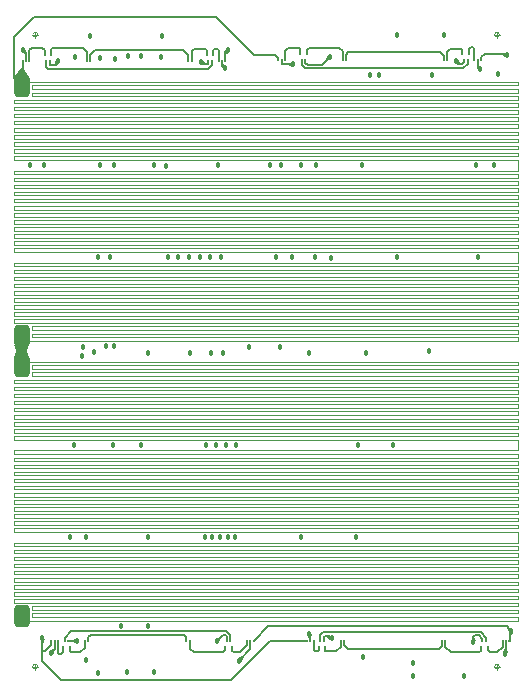
<source format=gbr>
%TF.GenerationSoftware,KiCad,Pcbnew,7.0.7*%
%TF.CreationDate,2024-04-02T12:31:12-04:00*%
%TF.ProjectId,module_pcb_thermal_mockup_v3.5,6d6f6475-6c65-45f7-9063-625f74686572,rev?*%
%TF.SameCoordinates,Original*%
%TF.FileFunction,Copper,L1,Top*%
%TF.FilePolarity,Positive*%
%FSLAX46Y46*%
G04 Gerber Fmt 4.6, Leading zero omitted, Abs format (unit mm)*
G04 Created by KiCad (PCBNEW 7.0.7) date 2024-04-02 12:31:12*
%MOMM*%
%LPD*%
G01*
G04 APERTURE LIST*
G04 Aperture macros list*
%AMRoundRect*
0 Rectangle with rounded corners*
0 $1 Rounding radius*
0 $2 $3 $4 $5 $6 $7 $8 $9 X,Y pos of 4 corners*
0 Add a 4 corners polygon primitive as box body*
4,1,4,$2,$3,$4,$5,$6,$7,$8,$9,$2,$3,0*
0 Add four circle primitives for the rounded corners*
1,1,$1+$1,$2,$3*
1,1,$1+$1,$4,$5*
1,1,$1+$1,$6,$7*
1,1,$1+$1,$8,$9*
0 Add four rect primitives between the rounded corners*
20,1,$1+$1,$2,$3,$4,$5,0*
20,1,$1+$1,$4,$5,$6,$7,0*
20,1,$1+$1,$6,$7,$8,$9,0*
20,1,$1+$1,$8,$9,$2,$3,0*%
G04 Aperture macros list end*
%TA.AperFunction,EtchedComponent*%
%ADD10C,0.070000*%
%TD*%
%TA.AperFunction,EtchedComponent*%
%ADD11C,0.120000*%
%TD*%
%TA.AperFunction,SMDPad,CuDef*%
%ADD12R,0.127000X0.254000*%
%TD*%
%TA.AperFunction,SMDPad,CuDef*%
%ADD13RoundRect,0.325000X0.325000X-0.625000X0.325000X0.625000X-0.325000X0.625000X-0.325000X-0.625000X0*%
%TD*%
%TA.AperFunction,ViaPad*%
%ADD14C,0.457300*%
%TD*%
%TA.AperFunction,Conductor*%
%ADD15C,0.127000*%
%TD*%
%TA.AperFunction,Conductor*%
%ADD16C,0.600000*%
%TD*%
G04 APERTURE END LIST*
D10*
%TO.C,REF\u002A\u002A*%
X41600000Y-1750000D02*
X41600000Y-2250000D01*
X41850000Y-2000000D02*
X41350000Y-2000000D01*
X41800000Y-2000000D02*
G75*
G03*
X41800000Y-2000000I-200000J0D01*
G01*
X2500000Y-55250000D02*
X2500000Y-55750000D01*
X2750000Y-55500000D02*
X2250000Y-55500000D01*
X2700000Y-55500000D02*
G75*
G03*
X2700000Y-55500000I-200000J0D01*
G01*
X41600000Y-55250000D02*
X41600000Y-55750000D01*
X41850000Y-55500000D02*
X41350000Y-55500000D01*
X41800000Y-55500000D02*
G75*
G03*
X41800000Y-55500000I-200000J0D01*
G01*
D11*
%TO.C,R2*%
X700000Y-31195000D02*
X700000Y-31495000D01*
X700000Y-31195000D02*
X43400000Y-31195000D01*
X700000Y-31495000D02*
X43400000Y-31495000D01*
X700000Y-31795000D02*
X700000Y-32095000D01*
X700000Y-31795000D02*
X43400000Y-31795000D01*
X700000Y-32095000D02*
X43400000Y-32095000D01*
X700000Y-32395000D02*
X700000Y-32695000D01*
X700000Y-32395000D02*
X43400000Y-32395000D01*
X700000Y-32695000D02*
X43400000Y-32695000D01*
X700000Y-32995000D02*
X700000Y-33295000D01*
X700000Y-32995000D02*
X43400000Y-32995000D01*
X700000Y-33295000D02*
X43400000Y-33295000D01*
X700000Y-33595000D02*
X700000Y-33895000D01*
X700000Y-33595000D02*
X43400000Y-33595000D01*
X700000Y-33895000D02*
X43400000Y-33895000D01*
X700000Y-34195000D02*
X700000Y-34495000D01*
X700000Y-34195000D02*
X43400000Y-34195000D01*
X700000Y-34495000D02*
X43400000Y-34495000D01*
X700000Y-34795000D02*
X700000Y-35095000D01*
X700000Y-34795000D02*
X43400000Y-34795000D01*
X700000Y-35095000D02*
X43400000Y-35095000D01*
X700000Y-35395000D02*
X700000Y-35695000D01*
X700000Y-35395000D02*
X43400000Y-35395000D01*
X700000Y-35695000D02*
X43400000Y-35695000D01*
X700000Y-35995000D02*
X700000Y-36295000D01*
X700000Y-35995000D02*
X43400000Y-35995000D01*
X700000Y-36295000D02*
X43400000Y-36295000D01*
X700000Y-37195000D02*
X700000Y-37495000D01*
X700000Y-37195000D02*
X43400000Y-37195000D01*
X700000Y-37495000D02*
X43400000Y-37495000D01*
X700000Y-37795000D02*
X700000Y-38095000D01*
X700000Y-37795000D02*
X43400000Y-37795000D01*
X700000Y-38095000D02*
X43400000Y-38095000D01*
X700000Y-38395000D02*
X700000Y-38695000D01*
X700000Y-38395000D02*
X43400000Y-38395000D01*
X700000Y-38695000D02*
X43400000Y-38695000D01*
X700000Y-38995000D02*
X700000Y-39295000D01*
X700000Y-38995000D02*
X43400000Y-38995000D01*
X700000Y-39295000D02*
X43400000Y-39295000D01*
X700000Y-39595000D02*
X700000Y-39895000D01*
X700000Y-39595000D02*
X43400000Y-39595000D01*
X700000Y-39895000D02*
X43400000Y-39895000D01*
X700000Y-40195000D02*
X700000Y-40495000D01*
X700000Y-40195000D02*
X43400000Y-40195000D01*
X700000Y-40495000D02*
X43400000Y-40495000D01*
X700000Y-40795000D02*
X700000Y-41095000D01*
X700000Y-40795000D02*
X43400000Y-40795000D01*
X700000Y-41095000D02*
X43400000Y-41095000D01*
X700000Y-41395000D02*
X700000Y-41695000D01*
X700000Y-41395000D02*
X43400000Y-41395000D01*
X700000Y-41695000D02*
X43400000Y-41695000D01*
X700000Y-41995000D02*
X700000Y-42295000D01*
X700000Y-41995000D02*
X43400000Y-41995000D01*
X700000Y-42295000D02*
X43400000Y-42295000D01*
X700000Y-42595000D02*
X700000Y-42895000D01*
X700000Y-42595000D02*
X43400000Y-42595000D01*
X700000Y-42895000D02*
X43400000Y-42895000D01*
X700000Y-43195000D02*
X700000Y-43495000D01*
X700000Y-43195000D02*
X43400000Y-43195000D01*
X700000Y-43495000D02*
X43400000Y-43495000D01*
X700000Y-43795000D02*
X700000Y-44095000D01*
X700000Y-43795000D02*
X43400000Y-43795000D01*
X700000Y-44095000D02*
X43400000Y-44095000D01*
X700000Y-44995000D02*
X700000Y-45295000D01*
X700000Y-44995000D02*
X43400000Y-44995000D01*
X700000Y-45295000D02*
X43400000Y-45295000D01*
X700000Y-45595000D02*
X700000Y-45895000D01*
X700000Y-45595000D02*
X43400000Y-45595000D01*
X700000Y-45895000D02*
X43400000Y-45895000D01*
X700000Y-46195000D02*
X700000Y-46495000D01*
X700000Y-46195000D02*
X43400000Y-46195000D01*
X700000Y-46495000D02*
X43400000Y-46495000D01*
X700000Y-46795000D02*
X700000Y-47095000D01*
X700000Y-46795000D02*
X43400000Y-46795000D01*
X700000Y-47095000D02*
X43400000Y-47095000D01*
X700000Y-47395000D02*
X700000Y-47695000D01*
X700000Y-47395000D02*
X43400000Y-47395000D01*
X700000Y-47695000D02*
X43400000Y-47695000D01*
X700000Y-47995000D02*
X700000Y-48295000D01*
X700000Y-47995000D02*
X43400000Y-47995000D01*
X700000Y-48295000D02*
X43400000Y-48295000D01*
X700000Y-48595000D02*
X700000Y-48895000D01*
X700000Y-48595000D02*
X43400000Y-48595000D01*
X700000Y-48895000D02*
X43400000Y-48895000D01*
X700000Y-49195000D02*
X700000Y-49495000D01*
X700000Y-49195000D02*
X43400000Y-49195000D01*
X700000Y-49495000D02*
X43400000Y-49495000D01*
X700000Y-49795000D02*
X700000Y-50095000D01*
X700000Y-49795000D02*
X43400000Y-49795000D01*
X700000Y-50095000D02*
X43400000Y-50095000D01*
X1950000Y-51595000D02*
X43400000Y-51595000D01*
X2000000Y-29695000D02*
X43400000Y-29695000D01*
X2250000Y-29995000D02*
X2250000Y-30295000D01*
X2250000Y-29995000D02*
X43400000Y-29995000D01*
X2250000Y-30295000D02*
X43400000Y-30295000D01*
X2250000Y-30595000D02*
X2250000Y-30895000D01*
X2250000Y-30595000D02*
X43400000Y-30595000D01*
X2250000Y-30895000D02*
X43400000Y-30895000D01*
X2250000Y-50395000D02*
X2250000Y-50695000D01*
X2250000Y-50395000D02*
X43400000Y-50395000D01*
X2250000Y-50695000D02*
X43400000Y-50695000D01*
X2250000Y-50995000D02*
X2250000Y-51295000D01*
X2250000Y-50995000D02*
X43400000Y-50995000D01*
X2250000Y-51295000D02*
X43400000Y-51295000D01*
X43400000Y-29695000D02*
X43400000Y-29995000D01*
X43400000Y-30295000D02*
X43400000Y-30595000D01*
X43400000Y-30895000D02*
X43400000Y-31195000D01*
X43400000Y-31495000D02*
X43400000Y-31795000D01*
X43400000Y-32095000D02*
X43400000Y-32395000D01*
X43400000Y-32695000D02*
X43400000Y-32995000D01*
X43400000Y-33295000D02*
X43400000Y-33595000D01*
X43400000Y-33895000D02*
X43400000Y-34195000D01*
X43400000Y-34495000D02*
X43400000Y-34795000D01*
X43400000Y-35095000D02*
X43400000Y-35395000D01*
X43400000Y-35695000D02*
X43400000Y-35995000D01*
X43400000Y-36295000D02*
X43400000Y-36595000D01*
X43400000Y-36595000D02*
X43400000Y-36895000D01*
X43400000Y-36895000D02*
X43400000Y-37195000D01*
X43400000Y-37495000D02*
X43400000Y-37795000D01*
X43400000Y-38095000D02*
X43400000Y-38395000D01*
X43400000Y-38695000D02*
X43400000Y-38995000D01*
X43400000Y-39295000D02*
X43400000Y-39595000D01*
X43400000Y-39895000D02*
X43400000Y-40195000D01*
X43400000Y-40495000D02*
X43400000Y-40795000D01*
X43400000Y-41095000D02*
X43400000Y-41395000D01*
X43400000Y-41695000D02*
X43400000Y-41995000D01*
X43400000Y-42295000D02*
X43400000Y-42595000D01*
X43400000Y-42895000D02*
X43400000Y-43195000D01*
X43400000Y-43495000D02*
X43400000Y-43795000D01*
X43400000Y-44095000D02*
X43400000Y-44395000D01*
X43400000Y-44695000D02*
X43400000Y-44395000D01*
X43400000Y-44695000D02*
X43400000Y-44995000D01*
X43400000Y-45295000D02*
X43400000Y-45595000D01*
X43400000Y-45895000D02*
X43400000Y-46195000D01*
X43400000Y-46495000D02*
X43400000Y-46795000D01*
X43400000Y-47095000D02*
X43400000Y-47395000D01*
X43400000Y-47695000D02*
X43400000Y-47995000D01*
X43400000Y-48295000D02*
X43400000Y-48595000D01*
X43400000Y-48895000D02*
X43400000Y-49195000D01*
X43400000Y-49495000D02*
X43400000Y-49795000D01*
X43400000Y-50095000D02*
X43400000Y-50395000D01*
X43400000Y-50695000D02*
X43400000Y-50995000D01*
X43400000Y-51295000D02*
X43400000Y-51595000D01*
D10*
%TO.C,REF\u002A\u002A*%
X2500000Y-1750000D02*
X2500000Y-2250000D01*
X2750000Y-2000000D02*
X2250000Y-2000000D01*
X2700000Y-2000000D02*
G75*
G03*
X2700000Y-2000000I-200000J0D01*
G01*
D11*
%TO.C,R1*%
X700000Y-7495000D02*
X700000Y-7795000D01*
X700000Y-7495000D02*
X43400000Y-7495000D01*
X700000Y-7795000D02*
X43400000Y-7795000D01*
X700000Y-8095000D02*
X700000Y-8395000D01*
X700000Y-8095000D02*
X43400000Y-8095000D01*
X700000Y-8395000D02*
X43400000Y-8395000D01*
X700000Y-8695000D02*
X700000Y-8995000D01*
X700000Y-8695000D02*
X43400000Y-8695000D01*
X700000Y-8995000D02*
X43400000Y-8995000D01*
X700000Y-9295000D02*
X700000Y-9595000D01*
X700000Y-9295000D02*
X43400000Y-9295000D01*
X700000Y-9595000D02*
X43400000Y-9595000D01*
X700000Y-9895000D02*
X700000Y-10195000D01*
X700000Y-9895000D02*
X43400000Y-9895000D01*
X700000Y-10195000D02*
X43400000Y-10195000D01*
X700000Y-10495000D02*
X700000Y-10795000D01*
X700000Y-10495000D02*
X43400000Y-10495000D01*
X700000Y-10795000D02*
X43400000Y-10795000D01*
X700000Y-11095000D02*
X700000Y-11395000D01*
X700000Y-11095000D02*
X43400000Y-11095000D01*
X700000Y-11395000D02*
X43400000Y-11395000D01*
X700000Y-11695000D02*
X700000Y-11995000D01*
X700000Y-11695000D02*
X43400000Y-11695000D01*
X700000Y-11995000D02*
X43400000Y-11995000D01*
X700000Y-12295000D02*
X700000Y-12595000D01*
X700000Y-12295000D02*
X43400000Y-12295000D01*
X700000Y-12595000D02*
X43400000Y-12595000D01*
X700000Y-13495000D02*
X700000Y-13795000D01*
X700000Y-13495000D02*
X43400000Y-13495000D01*
X700000Y-13795000D02*
X43400000Y-13795000D01*
X700000Y-14095000D02*
X700000Y-14395000D01*
X700000Y-14095000D02*
X43400000Y-14095000D01*
X700000Y-14395000D02*
X43400000Y-14395000D01*
X700000Y-14695000D02*
X700000Y-14995000D01*
X700000Y-14695000D02*
X43400000Y-14695000D01*
X700000Y-14995000D02*
X43400000Y-14995000D01*
X700000Y-15295000D02*
X700000Y-15595000D01*
X700000Y-15295000D02*
X43400000Y-15295000D01*
X700000Y-15595000D02*
X43400000Y-15595000D01*
X700000Y-15895000D02*
X700000Y-16195000D01*
X700000Y-15895000D02*
X43400000Y-15895000D01*
X700000Y-16195000D02*
X43400000Y-16195000D01*
X700000Y-16495000D02*
X700000Y-16795000D01*
X700000Y-16495000D02*
X43400000Y-16495000D01*
X700000Y-16795000D02*
X43400000Y-16795000D01*
X700000Y-17095000D02*
X700000Y-17395000D01*
X700000Y-17095000D02*
X43400000Y-17095000D01*
X700000Y-17395000D02*
X43400000Y-17395000D01*
X700000Y-17695000D02*
X700000Y-17995000D01*
X700000Y-17695000D02*
X43400000Y-17695000D01*
X700000Y-17995000D02*
X43400000Y-17995000D01*
X700000Y-18295000D02*
X700000Y-18595000D01*
X700000Y-18295000D02*
X43400000Y-18295000D01*
X700000Y-18595000D02*
X43400000Y-18595000D01*
X700000Y-18895000D02*
X700000Y-19195000D01*
X700000Y-18895000D02*
X43400000Y-18895000D01*
X700000Y-19195000D02*
X43400000Y-19195000D01*
X700000Y-19495000D02*
X700000Y-19795000D01*
X700000Y-19495000D02*
X43400000Y-19495000D01*
X700000Y-19795000D02*
X43400000Y-19795000D01*
X700000Y-20095000D02*
X700000Y-20395000D01*
X700000Y-20095000D02*
X43400000Y-20095000D01*
X700000Y-20395000D02*
X43400000Y-20395000D01*
X700000Y-21295000D02*
X700000Y-21595000D01*
X700000Y-21295000D02*
X43400000Y-21295000D01*
X700000Y-21595000D02*
X43400000Y-21595000D01*
X700000Y-21895000D02*
X700000Y-22195000D01*
X700000Y-21895000D02*
X43400000Y-21895000D01*
X700000Y-22195000D02*
X43400000Y-22195000D01*
X700000Y-22495000D02*
X700000Y-22795000D01*
X700000Y-22495000D02*
X43400000Y-22495000D01*
X700000Y-22795000D02*
X43400000Y-22795000D01*
X700000Y-23095000D02*
X700000Y-23395000D01*
X700000Y-23095000D02*
X43400000Y-23095000D01*
X700000Y-23395000D02*
X43400000Y-23395000D01*
X700000Y-23695000D02*
X700000Y-23995000D01*
X700000Y-23695000D02*
X43400000Y-23695000D01*
X700000Y-23995000D02*
X43400000Y-23995000D01*
X700000Y-24295000D02*
X700000Y-24595000D01*
X700000Y-24295000D02*
X43400000Y-24295000D01*
X700000Y-24595000D02*
X43400000Y-24595000D01*
X700000Y-24895000D02*
X700000Y-25195000D01*
X700000Y-24895000D02*
X43400000Y-24895000D01*
X700000Y-25195000D02*
X43400000Y-25195000D01*
X700000Y-25495000D02*
X700000Y-25795000D01*
X700000Y-25495000D02*
X43400000Y-25495000D01*
X700000Y-25795000D02*
X43400000Y-25795000D01*
X700000Y-26095000D02*
X700000Y-26395000D01*
X700000Y-26095000D02*
X43400000Y-26095000D01*
X700000Y-26395000D02*
X43400000Y-26395000D01*
X1950000Y-27895000D02*
X43400000Y-27895000D01*
X2000000Y-5995000D02*
X43400000Y-5995000D01*
X2250000Y-6295000D02*
X2250000Y-6595000D01*
X2250000Y-6295000D02*
X43400000Y-6295000D01*
X2250000Y-6595000D02*
X43400000Y-6595000D01*
X2250000Y-6895000D02*
X2250000Y-7195000D01*
X2250000Y-6895000D02*
X43400000Y-6895000D01*
X2250000Y-7195000D02*
X43400000Y-7195000D01*
X2250000Y-26695000D02*
X2250000Y-26995000D01*
X2250000Y-26695000D02*
X43400000Y-26695000D01*
X2250000Y-26995000D02*
X43400000Y-26995000D01*
X2250000Y-27295000D02*
X2250000Y-27595000D01*
X2250000Y-27295000D02*
X43400000Y-27295000D01*
X2250000Y-27595000D02*
X43400000Y-27595000D01*
X43400000Y-5995000D02*
X43400000Y-6295000D01*
X43400000Y-6595000D02*
X43400000Y-6895000D01*
X43400000Y-7195000D02*
X43400000Y-7495000D01*
X43400000Y-7795000D02*
X43400000Y-8095000D01*
X43400000Y-8395000D02*
X43400000Y-8695000D01*
X43400000Y-8995000D02*
X43400000Y-9295000D01*
X43400000Y-9595000D02*
X43400000Y-9895000D01*
X43400000Y-10195000D02*
X43400000Y-10495000D01*
X43400000Y-10795000D02*
X43400000Y-11095000D01*
X43400000Y-11395000D02*
X43400000Y-11695000D01*
X43400000Y-11995000D02*
X43400000Y-12295000D01*
X43400000Y-12595000D02*
X43400000Y-12895000D01*
X43400000Y-12895000D02*
X43400000Y-13195000D01*
X43400000Y-13195000D02*
X43400000Y-13495000D01*
X43400000Y-13795000D02*
X43400000Y-14095000D01*
X43400000Y-14395000D02*
X43400000Y-14695000D01*
X43400000Y-14995000D02*
X43400000Y-15295000D01*
X43400000Y-15595000D02*
X43400000Y-15895000D01*
X43400000Y-16195000D02*
X43400000Y-16495000D01*
X43400000Y-16795000D02*
X43400000Y-17095000D01*
X43400000Y-17395000D02*
X43400000Y-17695000D01*
X43400000Y-17995000D02*
X43400000Y-18295000D01*
X43400000Y-18595000D02*
X43400000Y-18895000D01*
X43400000Y-19195000D02*
X43400000Y-19495000D01*
X43400000Y-19795000D02*
X43400000Y-20095000D01*
X43400000Y-20395000D02*
X43400000Y-20695000D01*
X43400000Y-20995000D02*
X43400000Y-20695000D01*
X43400000Y-20995000D02*
X43400000Y-21295000D01*
X43400000Y-21595000D02*
X43400000Y-21895000D01*
X43400000Y-22195000D02*
X43400000Y-22495000D01*
X43400000Y-22795000D02*
X43400000Y-23095000D01*
X43400000Y-23395000D02*
X43400000Y-23695000D01*
X43400000Y-23995000D02*
X43400000Y-24295000D01*
X43400000Y-24595000D02*
X43400000Y-24895000D01*
X43400000Y-25195000D02*
X43400000Y-25495000D01*
X43400000Y-25795000D02*
X43400000Y-26095000D01*
X43400000Y-26395000D02*
X43400000Y-26695000D01*
X43400000Y-26995000D02*
X43400000Y-27295000D01*
X43400000Y-27595000D02*
X43400000Y-27895000D01*
%TD*%
D12*
%TO.P,U2,1,VCC*%
%TO.N,VCC*%
X25492000Y-53370000D03*
%TO.P,U2,3,ETROC_BLp*%
%TO.N,GND*%
X25778000Y-53370000D03*
%TO.P,U2,5,ETROC_BL-*%
%TO.N,Net-(U2-ETROC_BL-)*%
X26064000Y-53370000D03*
%TO.P,U2,8,ETROC_TL+*%
X26493000Y-53870000D03*
%TO.P,U2,9,ETROC_TL-*%
%TO.N,Net-(U2-ETROC_TL-)*%
X26636000Y-53370000D03*
%TO.P,U2,11,LGAD_BL+*%
%TO.N,GND*%
X26922000Y-53370000D03*
%TO.P,U2,12,LGAD_BL-*%
%TO.N,Net-(U2-LGAD_BL-)*%
X27065000Y-53870000D03*
%TO.P,U2,21,LGAD_TL+*%
X28352000Y-53370000D03*
%TO.P,U2,23,LGAD_TL-*%
%TO.N,Net-(U2-LGAD_TL-)*%
X28638000Y-53370000D03*
%TO.P,U2,81,LGAD_TR+*%
X36932000Y-53370000D03*
%TO.P,U2,83,LGAD_TR-*%
%TO.N,Net-(U2-LGAD_BR+)*%
X37218000Y-53370000D03*
%TO.P,U2,104,LGAD_BR+*%
X40221000Y-53870000D03*
%TO.P,U2,105,LGAD_BR-*%
%TO.N,/LGAD2*%
X40364000Y-53370000D03*
%TO.P,U2,107,ETROC_TR+*%
%TO.N,Net-(U2-ETROC_TL-)*%
X40650000Y-53370000D03*
%TO.P,U2,108,ETROC_TR-*%
%TO.N,Net-(U2-ETROC_BR+)*%
X40793000Y-53870000D03*
%TO.P,U2,117,ETROC_BR+*%
X42080000Y-53370000D03*
%TO.P,U2,119,ETROC_BR-*%
%TO.N,/ETROC2*%
X42366000Y-53370000D03*
%TO.P,U2,121,VSS*%
%TO.N,/VSS*%
X42652000Y-53370000D03*
%TD*%
%TO.P,U4,1,VCC*%
%TO.N,/VSS*%
X40241329Y-4168127D03*
%TO.P,U4,3,ETROC_BLp*%
%TO.N,GND*%
X39955329Y-4168127D03*
%TO.P,U4,5,ETROC_BL-*%
%TO.N,Net-(U4-ETROC_BL-)*%
X39669329Y-4168127D03*
%TO.P,U4,8,ETROC_TL+*%
X39240329Y-3668127D03*
%TO.P,U4,9,ETROC_TL-*%
%TO.N,Net-(U4-ETROC_TL-)*%
X39097329Y-4168127D03*
%TO.P,U4,11,LGAD_BL+*%
%TO.N,GND*%
X38811329Y-4168127D03*
%TO.P,U4,12,LGAD_BL-*%
%TO.N,Net-(U4-LGAD_BL-)*%
X38668329Y-3668127D03*
%TO.P,U4,21,LGAD_TL+*%
X37381329Y-4168127D03*
%TO.P,U4,23,LGAD_TL-*%
%TO.N,Net-(U4-LGAD_TL-)*%
X37095329Y-4168127D03*
%TO.P,U4,81,LGAD_TR+*%
X28801329Y-4168127D03*
%TO.P,U4,83,LGAD_TR-*%
%TO.N,Net-(U4-LGAD_BR+)*%
X28515329Y-4168127D03*
%TO.P,U4,104,LGAD_BR+*%
X25512329Y-3668127D03*
%TO.P,U4,105,LGAD_BR-*%
%TO.N,/LGAD4*%
X25369329Y-4168127D03*
%TO.P,U4,107,ETROC_TR+*%
%TO.N,Net-(U4-ETROC_TL-)*%
X25083329Y-4168127D03*
%TO.P,U4,108,ETROC_TR-*%
%TO.N,Net-(U4-ETROC_BR+)*%
X24940329Y-3668127D03*
%TO.P,U4,117,ETROC_BR+*%
X23653329Y-4168127D03*
%TO.P,U4,119,ETROC_BR-*%
%TO.N,/ETROC4*%
X23367329Y-4168127D03*
%TO.P,U4,121,VSS*%
%TO.N,VCC*%
X23081329Y-4168127D03*
%TD*%
%TO.P,U3,1,VCC*%
%TO.N,/VSS*%
X18591329Y-4198127D03*
%TO.P,U3,3,ETROC_BLp*%
%TO.N,GND*%
X18305329Y-4198127D03*
%TO.P,U3,5,ETROC_BL-*%
%TO.N,Net-(U3-ETROC_BL-)*%
X18019329Y-4198127D03*
%TO.P,U3,8,ETROC_TL+*%
X17590329Y-3698127D03*
%TO.P,U3,9,ETROC_TL-*%
%TO.N,Net-(U3-ETROC_TL-)*%
X17447329Y-4198127D03*
%TO.P,U3,11,LGAD_BL+*%
%TO.N,GND*%
X17161329Y-4198127D03*
%TO.P,U3,12,LGAD_BL-*%
%TO.N,Net-(U3-LGAD_BL-)*%
X17018329Y-3698127D03*
%TO.P,U3,21,LGAD_TL+*%
X15731329Y-4198127D03*
%TO.P,U3,23,LGAD_TL-*%
%TO.N,Net-(U3-LGAD_TL-)*%
X15445329Y-4198127D03*
%TO.P,U3,81,LGAD_TR+*%
X7151329Y-4198127D03*
%TO.P,U3,83,LGAD_TR-*%
%TO.N,Net-(U3-LGAD_BR+)*%
X6865329Y-4198127D03*
%TO.P,U3,104,LGAD_BR+*%
X3862329Y-3698127D03*
%TO.P,U3,105,LGAD_BR-*%
%TO.N,/LGAD3*%
X3719329Y-4198127D03*
%TO.P,U3,107,ETROC_TR+*%
%TO.N,Net-(U3-ETROC_TL-)*%
X3433329Y-4198127D03*
%TO.P,U3,108,ETROC_TR-*%
%TO.N,Net-(U3-ETROC_BR+)*%
X3290329Y-3698127D03*
%TO.P,U3,117,ETROC_BR+*%
X2003329Y-4198127D03*
%TO.P,U3,119,ETROC_BR-*%
%TO.N,/ETROC3*%
X1717329Y-4198127D03*
%TO.P,U3,121,VSS*%
%TO.N,VCC*%
X1431329Y-4198127D03*
%TD*%
%TO.P,U1,1,VCC*%
%TO.N,VCC*%
X3847000Y-53320000D03*
%TO.P,U1,3,ETROC_BLp*%
%TO.N,GND*%
X4133000Y-53320000D03*
%TO.P,U1,5,ETROC_BL-*%
%TO.N,Net-(U1-ETROC_BL-)*%
X4419000Y-53320000D03*
%TO.P,U1,8,ETROC_TL+*%
X4848000Y-53820000D03*
%TO.P,U1,9,ETROC_TL-*%
%TO.N,Net-(U1-ETROC_TL-)*%
X4991000Y-53320000D03*
%TO.P,U1,11,LGAD_BL+*%
%TO.N,GND*%
X5277000Y-53320000D03*
%TO.P,U1,12,LGAD_BL-*%
%TO.N,Net-(U1-LGAD_BL-)*%
X5420000Y-53820000D03*
%TO.P,U1,21,LGAD_TL+*%
X6707000Y-53320000D03*
%TO.P,U1,23,LGAD_TL-*%
%TO.N,Net-(U1-LGAD_TL-)*%
X6993000Y-53320000D03*
%TO.P,U1,81,LGAD_TR+*%
X15287000Y-53320000D03*
%TO.P,U1,83,LGAD_TR-*%
%TO.N,Net-(U1-LGAD_BR+)*%
X15573000Y-53320000D03*
%TO.P,U1,104,LGAD_BR+*%
X18576000Y-53820000D03*
%TO.P,U1,105,LGAD_BR-*%
%TO.N,/LGAD1*%
X18719000Y-53320000D03*
%TO.P,U1,107,ETROC_TR+*%
%TO.N,Net-(U1-ETROC_TL-)*%
X19005000Y-53320000D03*
%TO.P,U1,108,ETROC_TR-*%
%TO.N,Net-(U1-ETROC_BR+)*%
X19148000Y-53820000D03*
%TO.P,U1,117,ETROC_BR+*%
X20435000Y-53320000D03*
%TO.P,U1,119,ETROC_BR-*%
%TO.N,/ETROC1*%
X20721000Y-53320000D03*
%TO.P,U1,121,VSS*%
%TO.N,/VSS*%
X21007000Y-53320000D03*
%TD*%
D13*
%TO.P,R2,1*%
%TO.N,Net-(R1-Pad2)*%
X1350000Y-30045000D03*
%TO.P,R2,2*%
%TO.N,Net-(JMPR1-Pad1)*%
X1350000Y-51245000D03*
%TD*%
%TO.P,R1,1*%
%TO.N,VCC*%
X1350000Y-6345000D03*
%TO.P,R1,2*%
%TO.N,Net-(R1-Pad2)*%
X1350000Y-27545000D03*
%TD*%
D14*
%TO.N,/VSS*%
X18790000Y-3320000D03*
X42800000Y-52500000D03*
X42450000Y-3750000D03*
%TO.N,+5V*%
X13190000Y-2100000D03*
X18640000Y-36750000D03*
X37130000Y-2000000D03*
X15570000Y-28970000D03*
X26180000Y-20850000D03*
X13150000Y-3880000D03*
X12560000Y-55970000D03*
X7970000Y-3970000D03*
X16960000Y-36750000D03*
X17820000Y-36740000D03*
X41650000Y-5340000D03*
X9800000Y-52040000D03*
X7965000Y-13055000D03*
X38800000Y-56300000D03*
X9070000Y-36740000D03*
X11470000Y-36750000D03*
X7800000Y-56000000D03*
X19460000Y-36740000D03*
X7130000Y-2090000D03*
X23340000Y-13040000D03*
X34500000Y-56300000D03*
X12010000Y-28980000D03*
X39800000Y-13050000D03*
X33110000Y-2010000D03*
%TO.N,/~{RESET}*%
X17350000Y-28920000D03*
X8850000Y-20840000D03*
%TO.N,VCC*%
X3100000Y-53100000D03*
X1037329Y-5752873D03*
X1682329Y-5752873D03*
X1000000Y-6950000D03*
X1700000Y-6950000D03*
%TO.N,/DOUT*%
X29860000Y-36740000D03*
X12070000Y-44550000D03*
X31620000Y-5400000D03*
X30480000Y-28950000D03*
X13570000Y-13070000D03*
X23240000Y-28430000D03*
%TO.N,/DIN*%
X18420000Y-28920000D03*
X12590000Y-13040000D03*
%TO.N,/CLK*%
X32790000Y-36760000D03*
X25640000Y-28910000D03*
X7810000Y-20840000D03*
X6790000Y-44550000D03*
X30150000Y-13040000D03*
X24970000Y-44560000D03*
%TO.N,GND*%
X3830000Y-54330000D03*
X20574000Y-28450000D03*
X3270000Y-13050000D03*
X16550000Y-4300000D03*
X36070000Y-5410000D03*
X38150000Y-4250000D03*
X12030000Y-52030000D03*
X25700000Y-52700000D03*
X17490000Y-44540000D03*
X16860000Y-44550000D03*
X2090000Y-13050000D03*
X35850000Y-28800000D03*
X18790000Y-44540000D03*
X27600000Y-53100000D03*
X8460000Y-28390000D03*
X24220000Y-20850000D03*
X9181842Y-28390000D03*
X9130000Y-13050000D03*
X7470000Y-28870000D03*
X19420000Y-44550000D03*
X5810000Y-36770000D03*
X41350000Y-13050000D03*
X40150000Y-4900000D03*
X6020000Y-53330000D03*
X9250000Y-4020000D03*
X18540000Y-4830000D03*
X5900000Y-3850000D03*
X6430000Y-29200000D03*
X40000000Y-20850000D03*
X17950000Y-13050000D03*
X22360000Y-13050000D03*
X18150000Y-44540000D03*
X6530000Y-28450000D03*
%TO.N,Net-(JMPR1-Pad1)*%
X1000000Y-51800000D03*
X1650000Y-50700000D03*
X1000000Y-50700000D03*
X1650000Y-51800000D03*
%TO.N,/LGAD1*%
X15520000Y-20840000D03*
X17850000Y-53350000D03*
X6800000Y-54900000D03*
%TO.N,/ETROC1*%
X10300000Y-55920000D03*
X19750000Y-55000000D03*
X16420000Y-20840000D03*
%TO.N,/CS_T1*%
X30880000Y-5370000D03*
X27570000Y-20870000D03*
%TO.N,/CS_T3*%
X5470000Y-44550000D03*
X29690000Y-44530000D03*
%TO.N,/2.5V*%
X33100000Y-20850000D03*
X22900000Y-20840000D03*
%TO.N,/LGAD2*%
X39600000Y-53400000D03*
X30250000Y-54710000D03*
X17320000Y-20840000D03*
%TO.N,/ETROC2*%
X18220000Y-20850000D03*
X34500000Y-55200000D03*
X42300000Y-54400000D03*
%TO.N,/LGAD3*%
X4400000Y-4200000D03*
X13720000Y-20840000D03*
X10370000Y-3820000D03*
%TO.N,/ETROC3*%
X1500000Y-3250000D03*
X11480000Y-3830000D03*
X14620000Y-20850000D03*
%TO.N,/LGAD4*%
X26310000Y-13050000D03*
X27440000Y-3870000D03*
%TO.N,/ETROC4*%
X24960000Y-13050000D03*
X24321000Y-4509000D03*
%TD*%
D15*
%TO.N,/VSS*%
X18790000Y-3320000D02*
X18790000Y-3260000D01*
X21003671Y-53331873D02*
X22235544Y-52100000D01*
X18591329Y-4168127D02*
X18591329Y-3458671D01*
X42400000Y-52100000D02*
X42800000Y-52500000D01*
X42653671Y-52646329D02*
X42800000Y-52500000D01*
X42300000Y-3600000D02*
X42450000Y-3750000D01*
X42653671Y-53331873D02*
X42653671Y-52646329D01*
X22235544Y-52100000D02*
X42400000Y-52100000D01*
X18591329Y-3458671D02*
X18730000Y-3320000D01*
X40241329Y-4168127D02*
X40241329Y-3908671D01*
X18730000Y-3320000D02*
X18790000Y-3320000D01*
X40550000Y-3600000D02*
X42300000Y-3600000D01*
X18790000Y-3260000D02*
X18750000Y-3300000D01*
X40241329Y-3908671D02*
X40550000Y-3600000D01*
%TO.N,VCC*%
X3843671Y-53331873D02*
X3843671Y-53656329D01*
X17800000Y-500000D02*
X2400000Y-500000D01*
X3843671Y-53656329D02*
X3300000Y-54200000D01*
X697500Y-5695000D02*
X850000Y-5847500D01*
X22800000Y-3700000D02*
X21000000Y-3700000D01*
X1431329Y-6018671D02*
X1431329Y-6263671D01*
X1431329Y-4168127D02*
X1431329Y-6018671D01*
X19100000Y-56600000D02*
X4690000Y-56600000D01*
X22368127Y-53331873D02*
X19100000Y-56600000D01*
X700000Y-2200000D02*
X700000Y-5695000D01*
X21000000Y-3700000D02*
X17800000Y-500000D01*
X3100000Y-54200000D02*
X3100000Y-53100000D01*
X25493671Y-53331873D02*
X22368127Y-53331873D01*
X3300000Y-54200000D02*
X3100000Y-54200000D01*
X23081329Y-4168127D02*
X23081329Y-3981329D01*
X1431329Y-6263671D02*
X1350000Y-6345000D01*
X3100000Y-55010000D02*
X3100000Y-54200000D01*
X2400000Y-500000D02*
X700000Y-2200000D01*
X23081329Y-3981329D02*
X22800000Y-3700000D01*
X4690000Y-56600000D02*
X3100000Y-55010000D01*
%TO.N,GND*%
X17161329Y-4500000D02*
X16750000Y-4500000D01*
X27400000Y-52900000D02*
X27600000Y-53100000D01*
X6020000Y-53330000D02*
X5275544Y-53330000D01*
X25779671Y-53331873D02*
X25779671Y-52779671D01*
X26923671Y-53331873D02*
X26923671Y-52976329D01*
X26923671Y-52976329D02*
X27000000Y-52900000D01*
X18305329Y-4168127D02*
X18305329Y-4605329D01*
X17161329Y-4168127D02*
X17161329Y-4500000D01*
X39955329Y-4705329D02*
X40150000Y-4900000D01*
X39955329Y-4168127D02*
X39955329Y-4705329D01*
X4129671Y-53331873D02*
X4129671Y-54030329D01*
X25779671Y-52779671D02*
X25700000Y-52700000D01*
X38650000Y-4500000D02*
X38400000Y-4500000D01*
X16750000Y-4500000D02*
X16550000Y-4300000D01*
X38811329Y-4168127D02*
X38811329Y-4338671D01*
X16550000Y-4300000D02*
X16500000Y-4250000D01*
X38811329Y-4338671D02*
X38650000Y-4500000D01*
X27000000Y-52900000D02*
X27400000Y-52900000D01*
X5275544Y-53330000D02*
X5273671Y-53331873D01*
X18530000Y-4830000D02*
X18540000Y-4830000D01*
X18540000Y-4840000D02*
X18500000Y-4800000D01*
X4129671Y-54030329D02*
X3830000Y-54330000D01*
X38400000Y-4500000D02*
X38150000Y-4250000D01*
X18540000Y-4830000D02*
X18540000Y-4840000D01*
X18305329Y-4605329D02*
X18530000Y-4830000D01*
%TO.N,/LGAD1*%
X18715671Y-53331873D02*
X18715671Y-52915671D01*
X18715671Y-52915671D02*
X18600000Y-52800000D01*
X18600000Y-52800000D02*
X18400000Y-52800000D01*
X18400000Y-52800000D02*
X17850000Y-53350000D01*
%TO.N,/ETROC1*%
X20717671Y-54032329D02*
X20717671Y-53331873D01*
X19750000Y-55000000D02*
X20717671Y-54032329D01*
%TO.N,Net-(U1-ETROC_BL-)*%
X4844671Y-54255329D02*
X4844671Y-53831873D01*
X4500000Y-54400000D02*
X4700000Y-54400000D01*
X4415671Y-54315671D02*
X4500000Y-54400000D01*
X4415671Y-53331873D02*
X4415671Y-54315671D01*
X4700000Y-54400000D02*
X4844671Y-54255329D01*
%TO.N,Net-(U1-ETROC_TL-)*%
X18660000Y-52460000D02*
X5560000Y-52460000D01*
X5560000Y-52460000D02*
X4987671Y-53032329D01*
X19001671Y-53331873D02*
X19001671Y-52801671D01*
X4987671Y-53032329D02*
X4987671Y-53331873D01*
X19001671Y-52801671D02*
X18660000Y-52460000D01*
%TO.N,Net-(U1-LGAD_BL-)*%
X5416671Y-54216671D02*
X5500000Y-54300000D01*
X6300000Y-54300000D02*
X6703671Y-53896329D01*
X5416671Y-53831873D02*
X5416671Y-54216671D01*
X5500000Y-54300000D02*
X6300000Y-54300000D01*
X6703671Y-53896329D02*
X6703671Y-53331873D01*
%TO.N,Net-(U1-LGAD_TL-)*%
X6989671Y-53010329D02*
X7200000Y-52800000D01*
X7200000Y-52800000D02*
X15100000Y-52800000D01*
X15283671Y-52983671D02*
X15283671Y-53331873D01*
X15100000Y-52800000D02*
X15283671Y-52983671D01*
X6989671Y-53331873D02*
X6989671Y-53010329D01*
%TO.N,Net-(U1-LGAD_BR+)*%
X15569671Y-53969671D02*
X15900000Y-54300000D01*
X15569671Y-53331873D02*
X15569671Y-53969671D01*
X18400000Y-54300000D02*
X18572671Y-54127329D01*
X15900000Y-54300000D02*
X18400000Y-54300000D01*
X18572671Y-54127329D02*
X18572671Y-53831873D01*
%TO.N,Net-(U1-ETROC_BR+)*%
X19144671Y-54144671D02*
X19300000Y-54300000D01*
X19300000Y-54300000D02*
X19800000Y-54300000D01*
X19144671Y-53831873D02*
X19144671Y-54144671D01*
X19800000Y-54300000D02*
X20431671Y-53668329D01*
X20431671Y-53668329D02*
X20431671Y-53331873D01*
D16*
%TO.N,Net-(R1-Pad2)*%
X1350000Y-27545000D02*
X1350000Y-30045000D01*
D15*
%TO.N,Net-(U2-ETROC_BL-)*%
X26200000Y-54200000D02*
X26065671Y-54065671D01*
X26400000Y-54200000D02*
X26200000Y-54200000D01*
X26065671Y-54065671D02*
X26065671Y-53331873D01*
X26494671Y-53831873D02*
X26494671Y-54105329D01*
X26494671Y-54105329D02*
X26400000Y-54200000D01*
%TO.N,Net-(U2-ETROC_TL-)*%
X26637671Y-52862329D02*
X26637671Y-53331873D01*
X40205298Y-52600000D02*
X26900000Y-52600000D01*
X26900000Y-52600000D02*
X26637671Y-52862329D01*
X40651671Y-53331873D02*
X40651671Y-53046373D01*
X40651671Y-53046373D02*
X40205298Y-52600000D01*
%TO.N,Net-(U2-LGAD_BL-)*%
X27066671Y-54166671D02*
X27100000Y-54200000D01*
X27066671Y-53831873D02*
X27066671Y-54166671D01*
X28353671Y-53846329D02*
X28353671Y-53331873D01*
X27100000Y-54200000D02*
X28000000Y-54200000D01*
X28000000Y-54200000D02*
X28353671Y-53846329D01*
%TO.N,Net-(U2-LGAD_TL-)*%
X36933671Y-53766329D02*
X36933671Y-53331873D01*
X28639671Y-53639671D02*
X29000000Y-54000000D01*
X28639671Y-53331873D02*
X28639671Y-53639671D01*
X36700000Y-54000000D02*
X36933671Y-53766329D01*
X29000000Y-54000000D02*
X36700000Y-54000000D01*
%TO.N,Net-(U2-LGAD_BR+)*%
X37219671Y-53819671D02*
X37700000Y-54300000D01*
X37700000Y-54300000D02*
X40100000Y-54300000D01*
X40222671Y-54177329D02*
X40222671Y-53831873D01*
X40100000Y-54300000D02*
X40222671Y-54177329D01*
X37219671Y-53331873D02*
X37219671Y-53819671D01*
%TO.N,/LGAD2*%
X39600000Y-53400000D02*
X39600000Y-53000000D01*
X39600000Y-53000000D02*
X39746499Y-52853501D01*
X40053501Y-52853501D02*
X40365671Y-53165671D01*
X40365671Y-53165671D02*
X40365671Y-53331873D01*
X39746499Y-52853501D02*
X40053501Y-52853501D01*
%TO.N,/ETROC2*%
X42367671Y-54332329D02*
X42367671Y-53331873D01*
X42300000Y-54400000D02*
X42367671Y-54332329D01*
%TO.N,Net-(U2-ETROC_BR+)*%
X42081671Y-53818329D02*
X42081671Y-53331873D01*
X41600000Y-54300000D02*
X42081671Y-53818329D01*
X41000000Y-54300000D02*
X41600000Y-54300000D01*
X40794671Y-53831873D02*
X40794671Y-54094671D01*
X40794671Y-54094671D02*
X41000000Y-54300000D01*
%TO.N,Net-(U3-ETROC_BL-)*%
X17700000Y-3200000D02*
X17590329Y-3309671D01*
X18019329Y-3319329D02*
X17900000Y-3200000D01*
X18019329Y-4168127D02*
X18019329Y-3319329D01*
X17590329Y-3309671D02*
X17590329Y-3668127D01*
X17700000Y-3200000D02*
X17900000Y-3200000D01*
%TO.N,Net-(U3-ETROC_TL-)*%
X3600000Y-4900000D02*
X3433329Y-4733329D01*
X17447329Y-4168127D02*
X17447329Y-4572505D01*
X17447329Y-4572505D02*
X17119834Y-4900000D01*
X3433329Y-4733329D02*
X3433329Y-4168127D01*
X17119834Y-4900000D02*
X3600000Y-4900000D01*
%TO.N,Net-(U3-LGAD_BL-)*%
X15900000Y-3200000D02*
X15731329Y-3368671D01*
X15731329Y-3368671D02*
X15731329Y-4168127D01*
X17018329Y-3668127D02*
X17018329Y-3318329D01*
X16900000Y-3200000D02*
X15900000Y-3200000D01*
X17018329Y-3318329D02*
X16900000Y-3200000D01*
%TO.N,/LGAD3*%
X3719329Y-4519329D02*
X3719329Y-4168127D01*
X4200000Y-4600000D02*
X3800000Y-4600000D01*
X4400000Y-4400000D02*
X4200000Y-4600000D01*
X4400000Y-4200000D02*
X4400000Y-4400000D01*
X3800000Y-4600000D02*
X3719329Y-4519329D01*
%TO.N,/ETROC3*%
X1450000Y-3250000D02*
X1717329Y-3517329D01*
X1500000Y-3250000D02*
X1450000Y-3250000D01*
X1500000Y-3300000D02*
X1500000Y-3300000D01*
X1717329Y-3517329D02*
X1717329Y-4168127D01*
X1500000Y-3300000D02*
X1500000Y-3250000D01*
%TO.N,Net-(U3-LGAD_TL-)*%
X15000000Y-3300000D02*
X7600000Y-3300000D01*
X7600000Y-3300000D02*
X7151329Y-3748671D01*
X7151329Y-3748671D02*
X7151329Y-4168127D01*
X15445329Y-4168127D02*
X15445329Y-3745329D01*
X15445329Y-3745329D02*
X15000000Y-3300000D01*
%TO.N,Net-(U3-LGAD_BR+)*%
X6500000Y-3100000D02*
X4000000Y-3100000D01*
X6865329Y-4168127D02*
X6865329Y-3465329D01*
X6865329Y-3465329D02*
X6500000Y-3100000D01*
X4000000Y-3100000D02*
X3862329Y-3237671D01*
X3862329Y-3237671D02*
X3862329Y-3668127D01*
%TO.N,Net-(U3-ETROC_BR+)*%
X3290329Y-3290329D02*
X3100000Y-3100000D01*
X3290329Y-3668127D02*
X3290329Y-3290329D01*
X2003329Y-3296671D02*
X2003329Y-4168127D01*
X2200000Y-3100000D02*
X2003329Y-3296671D01*
X3100000Y-3100000D02*
X2200000Y-3100000D01*
%TO.N,Net-(U4-ETROC_BL-)*%
X39375000Y-3075000D02*
X39525000Y-3075000D01*
X39240329Y-3209671D02*
X39375000Y-3075000D01*
X39669329Y-3219329D02*
X39669329Y-4168127D01*
X39525000Y-3075000D02*
X39669329Y-3219329D01*
X39240329Y-3668127D02*
X39240329Y-3209671D01*
%TO.N,/LGAD4*%
X25550000Y-4600000D02*
X26750000Y-4600000D01*
X27440000Y-3910000D02*
X27440000Y-3870000D01*
X27440000Y-3870000D02*
X27480000Y-3870000D01*
X27480000Y-3870000D02*
X27450000Y-3900000D01*
X25369329Y-4168127D02*
X25369329Y-4419329D01*
X26750000Y-4600000D02*
X27440000Y-3910000D01*
X25369329Y-4419329D02*
X25550000Y-4600000D01*
%TO.N,/ETROC4*%
X24321000Y-4509000D02*
X23422702Y-4509000D01*
X23367329Y-4453627D02*
X23367329Y-4168127D01*
X23422702Y-4509000D02*
X23367329Y-4453627D01*
%TO.N,Net-(U4-ETROC_TL-)*%
X39097329Y-4453627D02*
X38697455Y-4853501D01*
X25083329Y-4583329D02*
X25083329Y-4168127D01*
X38697455Y-4853501D02*
X25353501Y-4853501D01*
X39097329Y-4168127D02*
X39097329Y-4453627D01*
X25353501Y-4853501D02*
X25083329Y-4583329D01*
%TO.N,Net-(U4-LGAD_BL-)*%
X38600000Y-3200000D02*
X37600000Y-3200000D01*
X38668329Y-3668127D02*
X38668329Y-3268329D01*
X38668329Y-3268329D02*
X38600000Y-3200000D01*
X37600000Y-3200000D02*
X37381329Y-3418671D01*
X37381329Y-3418671D02*
X37381329Y-4168127D01*
%TO.N,Net-(U4-LGAD_TL-)*%
X29000000Y-3500000D02*
X28801329Y-3698671D01*
X36800000Y-3500000D02*
X29000000Y-3500000D01*
X37095329Y-3795329D02*
X36800000Y-3500000D01*
X28801329Y-3698671D02*
X28801329Y-4168127D01*
X37095329Y-4168127D02*
X37095329Y-3795329D01*
%TO.N,Net-(U4-LGAD_BR+)*%
X28515329Y-3415329D02*
X28200000Y-3100000D01*
X25512329Y-3287671D02*
X25512329Y-3668127D01*
X28515329Y-4168127D02*
X28515329Y-3415329D01*
X28200000Y-3100000D02*
X25700000Y-3100000D01*
X25700000Y-3100000D02*
X25512329Y-3287671D01*
%TO.N,Net-(U4-ETROC_BR+)*%
X24940329Y-3668127D02*
X24940329Y-3240329D01*
X23653329Y-3346671D02*
X23653329Y-4168127D01*
X24800000Y-3100000D02*
X23900000Y-3100000D01*
X23900000Y-3100000D02*
X23653329Y-3346671D01*
X24940329Y-3240329D02*
X24800000Y-3100000D01*
%TD*%
%TA.AperFunction,Conductor*%
%TO.N,VCC*%
G36*
X3104520Y-53100894D02*
G01*
X3215063Y-53147205D01*
X3300631Y-53183054D01*
X3306937Y-53189411D01*
X3306975Y-53198186D01*
X3166440Y-53549941D01*
X3160188Y-53556352D01*
X3155575Y-53557300D01*
X3044425Y-53557300D01*
X3036152Y-53553873D01*
X3033560Y-53549941D01*
X2893024Y-53198186D01*
X2893137Y-53189232D01*
X2899366Y-53183055D01*
X3095479Y-53100893D01*
X3104433Y-53100858D01*
X3104520Y-53100894D01*
G37*
%TD.AperFunction*%
%TD*%
%TA.AperFunction,Conductor*%
%TO.N,/LGAD1*%
G36*
X18134061Y-52987342D02*
G01*
X18212657Y-53065938D01*
X18216084Y-53074211D01*
X18215136Y-53078824D01*
X18065782Y-53426926D01*
X18059371Y-53433178D01*
X18050596Y-53433140D01*
X17853828Y-53352564D01*
X17847471Y-53346258D01*
X17766859Y-53149402D01*
X17766895Y-53140448D01*
X17773070Y-53134219D01*
X18121176Y-52984862D01*
X18130129Y-52984750D01*
X18134061Y-52987342D01*
G37*
%TD.AperFunction*%
%TD*%
%TA.AperFunction,Conductor*%
%TO.N,/LGAD2*%
G36*
X39604029Y-52923763D02*
G01*
X39606905Y-52925871D01*
X39683750Y-53002716D01*
X39686309Y-53006566D01*
X39806851Y-53301739D01*
X39806806Y-53310693D01*
X39800514Y-53316964D01*
X39603802Y-53398830D01*
X39594848Y-53398844D01*
X39400477Y-53317410D01*
X39394171Y-53311053D01*
X39394207Y-53302098D01*
X39394617Y-53301222D01*
X39588253Y-52928745D01*
X39595108Y-52922987D01*
X39604029Y-52923763D01*
G37*
%TD.AperFunction*%
%TD*%
%TA.AperFunction,Conductor*%
%TO.N,/LGAD3*%
G36*
X4404093Y-4202709D02*
G01*
X4404154Y-4202771D01*
X4552982Y-4352906D01*
X4556373Y-4361194D01*
X4552910Y-4369452D01*
X4552447Y-4369887D01*
X4267570Y-4623147D01*
X4259110Y-4626083D01*
X4251523Y-4622676D01*
X4172975Y-4544128D01*
X4169548Y-4535855D01*
X4169548Y-4535792D01*
X4170438Y-4369887D01*
X4171287Y-4211599D01*
X4174758Y-4203347D01*
X4182950Y-4199964D01*
X4395809Y-4199308D01*
X4404093Y-4202709D01*
G37*
%TD.AperFunction*%
%TD*%
%TA.AperFunction,Conductor*%
%TO.N,GND*%
G36*
X18371489Y-4475725D02*
G01*
X18618430Y-4613687D01*
X18623981Y-4620714D01*
X18623541Y-4628360D01*
X18542999Y-4823724D01*
X18536677Y-4830067D01*
X18532131Y-4830965D01*
X18320942Y-4830041D01*
X18312684Y-4826578D01*
X18309510Y-4820585D01*
X18244554Y-4488183D01*
X18246331Y-4479406D01*
X18253793Y-4474456D01*
X18256037Y-4474239D01*
X18365783Y-4474239D01*
X18371489Y-4475725D01*
G37*
%TD.AperFunction*%
%TD*%
%TA.AperFunction,Conductor*%
%TO.N,/LGAD4*%
G36*
X27240155Y-3787167D02*
G01*
X27436171Y-3867435D01*
X27442528Y-3873741D01*
X27442564Y-3873828D01*
X27523407Y-4071248D01*
X27523371Y-4080203D01*
X27517862Y-4086122D01*
X27193081Y-4250456D01*
X27184152Y-4251133D01*
X27179526Y-4248289D01*
X27100906Y-4169669D01*
X27097479Y-4161396D01*
X27098128Y-4157555D01*
X27224695Y-3794154D01*
X27230652Y-3787469D01*
X27239592Y-3786954D01*
X27240155Y-3787167D01*
G37*
%TD.AperFunction*%
%TD*%
%TA.AperFunction,Conductor*%
%TO.N,GND*%
G36*
X16718456Y-4148081D02*
G01*
X16719681Y-4149533D01*
X16922282Y-4433450D01*
X16924458Y-4440246D01*
X16924458Y-4550660D01*
X16921031Y-4558933D01*
X16912758Y-4562360D01*
X16911674Y-4562310D01*
X16560569Y-4529633D01*
X16552649Y-4525454D01*
X16549953Y-4518035D01*
X16549021Y-4304895D01*
X16552412Y-4296609D01*
X16552413Y-4296607D01*
X16701910Y-4148029D01*
X16710193Y-4144629D01*
X16718456Y-4148081D01*
G37*
%TD.AperFunction*%
%TD*%
%TA.AperFunction,Conductor*%
%TO.N,Net-(R1-Pad2)*%
G36*
X1357489Y-27553288D02*
G01*
X1358987Y-27554786D01*
X1970872Y-28289105D01*
X1973536Y-28297655D01*
X1972812Y-28300774D01*
X1652876Y-29137479D01*
X1646721Y-29143982D01*
X1641948Y-29145000D01*
X1058052Y-29145000D01*
X1049779Y-29141573D01*
X1047124Y-29137479D01*
X727187Y-28300774D01*
X727433Y-28291822D01*
X729124Y-28289108D01*
X1341013Y-27554784D01*
X1348939Y-27550624D01*
X1357489Y-27553288D01*
G37*
%TD.AperFunction*%
%TD*%
%TA.AperFunction,Conductor*%
%TO.N,GND*%
G36*
X27238310Y-52837688D02*
G01*
X27589430Y-52870366D01*
X27597350Y-52874545D01*
X27600046Y-52881965D01*
X27600978Y-53095102D01*
X27597587Y-53103390D01*
X27597526Y-53103452D01*
X27448090Y-53251969D01*
X27439806Y-53255370D01*
X27431543Y-53251918D01*
X27430318Y-53250466D01*
X27227718Y-52966549D01*
X27225542Y-52959753D01*
X27225542Y-52849336D01*
X27228968Y-52841066D01*
X27237241Y-52837639D01*
X27238310Y-52837688D01*
G37*
%TD.AperFunction*%
%TD*%
%TA.AperFunction,Conductor*%
%TO.N,GND*%
G36*
X4184779Y-54000254D02*
G01*
X4188206Y-54008527D01*
X4187510Y-54012501D01*
X4045390Y-54406023D01*
X4039357Y-54412640D01*
X4030412Y-54413053D01*
X4029952Y-54412876D01*
X3834520Y-54332851D01*
X3828163Y-54326545D01*
X3747097Y-54129908D01*
X3747112Y-54120955D01*
X3753455Y-54114633D01*
X3753752Y-54114515D01*
X4064177Y-53997577D01*
X4068301Y-53996827D01*
X4176506Y-53996827D01*
X4184779Y-54000254D01*
G37*
%TD.AperFunction*%
%TD*%
%TA.AperFunction,Conductor*%
%TO.N,/VSS*%
G36*
X42803390Y-52502412D02*
G01*
X42803436Y-52502457D01*
X42953362Y-52653310D01*
X42956763Y-52661594D01*
X42953311Y-52669857D01*
X42953240Y-52669926D01*
X42720581Y-52897255D01*
X42712404Y-52900587D01*
X42601334Y-52900587D01*
X42593061Y-52897160D01*
X42589647Y-52889436D01*
X42571922Y-52512192D01*
X42574957Y-52503770D01*
X42583060Y-52499959D01*
X42583530Y-52499946D01*
X42795103Y-52499021D01*
X42803390Y-52502412D01*
G37*
%TD.AperFunction*%
%TD*%
%TA.AperFunction,Conductor*%
%TO.N,GND*%
G36*
X38360300Y-4166594D02*
G01*
X38366185Y-4171998D01*
X38502427Y-4433961D01*
X38503747Y-4439359D01*
X38503747Y-4548778D01*
X38500320Y-4557051D01*
X38492047Y-4560478D01*
X38489406Y-4560176D01*
X38075896Y-4464349D01*
X38068610Y-4459143D01*
X38067139Y-4450310D01*
X38067706Y-4448526D01*
X38147149Y-4254518D01*
X38153452Y-4248164D01*
X38351348Y-4166579D01*
X38360300Y-4166594D01*
G37*
%TD.AperFunction*%
%TD*%
%TA.AperFunction,Conductor*%
%TO.N,/ETROC3*%
G36*
X1718511Y-3249955D02*
G01*
X1726768Y-3253418D01*
X1730047Y-3260042D01*
X1778976Y-3611579D01*
X1776723Y-3620246D01*
X1769001Y-3624780D01*
X1767388Y-3624892D01*
X1657412Y-3624892D01*
X1650861Y-3622886D01*
X1350033Y-3419595D01*
X1345097Y-3412124D01*
X1346890Y-3403350D01*
X1348285Y-3401653D01*
X1496549Y-3252472D01*
X1504809Y-3249021D01*
X1718511Y-3249955D01*
G37*
%TD.AperFunction*%
%TD*%
%TA.AperFunction,Conductor*%
%TO.N,/VSS*%
G36*
X18790419Y-3322425D02*
G01*
X18792999Y-3326275D01*
X18873715Y-3522062D01*
X18873700Y-3531016D01*
X18869053Y-3536471D01*
X18657658Y-3667246D01*
X18651503Y-3668996D01*
X18540706Y-3668996D01*
X18532433Y-3665569D01*
X18529006Y-3657296D01*
X18529060Y-3656177D01*
X18560338Y-3330534D01*
X18564540Y-3322627D01*
X18571930Y-3319953D01*
X18782132Y-3319034D01*
X18790419Y-3322425D01*
G37*
%TD.AperFunction*%
%TD*%
%TA.AperFunction,Conductor*%
%TO.N,/ETROC2*%
G36*
X42430082Y-53959588D02*
G01*
X42433223Y-53965295D01*
X42509095Y-54302931D01*
X42507566Y-54311754D01*
X42502201Y-54316287D01*
X42304521Y-54399105D01*
X42295566Y-54399141D01*
X42295479Y-54399105D01*
X42101262Y-54317738D01*
X42094956Y-54311381D01*
X42094992Y-54302426D01*
X42095767Y-54300899D01*
X42300757Y-53961807D01*
X42307970Y-53956501D01*
X42310770Y-53956161D01*
X42421809Y-53956161D01*
X42430082Y-53959588D01*
G37*
%TD.AperFunction*%
%TD*%
%TA.AperFunction,Conductor*%
%TO.N,VCC*%
G36*
X1496273Y-4748427D02*
G01*
X1498187Y-4750946D01*
X1914654Y-5488321D01*
X1971287Y-5588591D01*
X1972372Y-5597480D01*
X1970088Y-5601835D01*
X1360166Y-6333799D01*
X1352238Y-6337961D01*
X1343688Y-6335297D01*
X1341361Y-6332674D01*
X1301281Y-6270850D01*
X799686Y-5497126D01*
X798062Y-5488321D01*
X800225Y-5483637D01*
X1364316Y-4749570D01*
X1372074Y-4745099D01*
X1373593Y-4745000D01*
X1488000Y-4745000D01*
X1496273Y-4748427D01*
G37*
%TD.AperFunction*%
%TD*%
%TA.AperFunction,Conductor*%
%TO.N,Net-(R1-Pad2)*%
G36*
X1650221Y-28448427D02*
G01*
X1652876Y-28452521D01*
X1972812Y-29289225D01*
X1972566Y-29298177D01*
X1970872Y-29300894D01*
X1358987Y-30035213D01*
X1351059Y-30039375D01*
X1342509Y-30036711D01*
X1341014Y-30035216D01*
X729127Y-29300894D01*
X726463Y-29292344D01*
X727187Y-29289225D01*
X1047124Y-28452521D01*
X1053279Y-28446018D01*
X1058052Y-28445000D01*
X1641948Y-28445000D01*
X1650221Y-28448427D01*
G37*
%TD.AperFunction*%
%TD*%
%TA.AperFunction,Conductor*%
%TO.N,GND*%
G36*
X40021919Y-4525603D02*
G01*
X40300726Y-4730278D01*
X40305367Y-4737936D01*
X40303233Y-4746633D01*
X40302101Y-4747957D01*
X40153452Y-4897526D01*
X40145189Y-4900978D01*
X40145102Y-4900978D01*
X39932121Y-4900047D01*
X39923863Y-4896584D01*
X39920508Y-4889261D01*
X39892818Y-4535949D01*
X39895588Y-4527434D01*
X39903568Y-4523371D01*
X39904482Y-4523335D01*
X40014996Y-4523335D01*
X40021919Y-4525603D01*
G37*
%TD.AperFunction*%
%TD*%
%TA.AperFunction,Conductor*%
%TO.N,/ETROC4*%
G36*
X24231767Y-4302137D02*
G01*
X24237945Y-4308368D01*
X24320105Y-4504479D01*
X24320141Y-4513434D01*
X24320105Y-4513521D01*
X24237945Y-4709631D01*
X24231588Y-4715937D01*
X24222813Y-4715975D01*
X23871059Y-4575440D01*
X23864648Y-4569188D01*
X23863700Y-4564575D01*
X23863700Y-4453424D01*
X23867127Y-4445151D01*
X23871055Y-4442561D01*
X24222813Y-4302024D01*
X24231767Y-4302137D01*
G37*
%TD.AperFunction*%
%TD*%
%TA.AperFunction,Conductor*%
%TO.N,GND*%
G36*
X5930767Y-53123137D02*
G01*
X5936945Y-53129368D01*
X6019105Y-53325479D01*
X6019141Y-53334434D01*
X6019105Y-53334521D01*
X5936945Y-53530631D01*
X5930588Y-53536937D01*
X5921813Y-53536975D01*
X5570059Y-53396440D01*
X5563648Y-53390188D01*
X5562700Y-53385575D01*
X5562700Y-53274424D01*
X5566127Y-53266151D01*
X5570055Y-53263561D01*
X5921813Y-53123024D01*
X5930767Y-53123137D01*
G37*
%TD.AperFunction*%
%TD*%
%TA.AperFunction,Conductor*%
%TO.N,/VSS*%
G36*
X42446305Y-3524920D02*
G01*
X42450044Y-3533057D01*
X42450052Y-3533451D01*
X42450978Y-3745102D01*
X42447587Y-3753390D01*
X42447526Y-3753452D01*
X42296795Y-3903256D01*
X42288511Y-3906657D01*
X42280248Y-3903205D01*
X42280116Y-3903069D01*
X42055095Y-3666889D01*
X42051866Y-3658818D01*
X42051866Y-3547763D01*
X42055293Y-3539490D01*
X42063119Y-3536071D01*
X42437907Y-3521810D01*
X42446305Y-3524920D01*
G37*
%TD.AperFunction*%
%TD*%
%TA.AperFunction,Conductor*%
%TO.N,/VSS*%
G36*
X42528822Y-52134862D02*
G01*
X42876927Y-52284218D01*
X42883178Y-52290628D01*
X42883140Y-52299403D01*
X42802564Y-52496171D01*
X42796258Y-52502528D01*
X42796171Y-52502564D01*
X42599403Y-52583140D01*
X42590448Y-52583104D01*
X42584218Y-52576927D01*
X42434862Y-52228823D01*
X42434750Y-52219870D01*
X42437340Y-52215940D01*
X42515939Y-52137341D01*
X42524211Y-52133915D01*
X42528822Y-52134862D01*
G37*
%TD.AperFunction*%
%TD*%
%TA.AperFunction,Conductor*%
%TO.N,/ETROC1*%
G36*
X20034061Y-54637342D02*
G01*
X20112657Y-54715938D01*
X20116084Y-54724211D01*
X20115136Y-54728824D01*
X19965782Y-55076926D01*
X19959371Y-55083178D01*
X19950596Y-55083140D01*
X19753828Y-55002564D01*
X19747471Y-54996258D01*
X19666859Y-54799402D01*
X19666895Y-54790448D01*
X19673070Y-54784219D01*
X20021176Y-54634862D01*
X20030129Y-54634750D01*
X20034061Y-54637342D01*
G37*
%TD.AperFunction*%
%TD*%
%TA.AperFunction,Conductor*%
%TO.N,GND*%
G36*
X25914529Y-52699938D02*
G01*
X25922787Y-52703401D01*
X25926178Y-52711689D01*
X25925965Y-52713862D01*
X25845006Y-53131976D01*
X25840069Y-53139447D01*
X25833519Y-53141452D01*
X25722560Y-53141452D01*
X25714287Y-53138025D01*
X25712717Y-53136076D01*
X25496290Y-52799229D01*
X25494701Y-52790417D01*
X25499809Y-52783062D01*
X25501606Y-52782116D01*
X25697807Y-52699918D01*
X25702375Y-52699010D01*
X25914529Y-52699938D01*
G37*
%TD.AperFunction*%
%TD*%
%TA.AperFunction,Conductor*%
%TO.N,VCC*%
G36*
X954256Y-5552534D02*
G01*
X954779Y-5553637D01*
X1034344Y-5746634D01*
X1034329Y-5755588D01*
X1031774Y-5759392D01*
X884474Y-5905782D01*
X876191Y-5909183D01*
X867928Y-5905730D01*
X867437Y-5905204D01*
X739355Y-5759392D01*
X653558Y-5661719D01*
X650673Y-5653243D01*
X654628Y-5645209D01*
X662349Y-5642299D01*
X763499Y-5642299D01*
X763500Y-5642299D01*
X938400Y-5547801D01*
X947308Y-5546885D01*
X954256Y-5552534D01*
G37*
%TD.AperFunction*%
%TD*%
M02*

</source>
